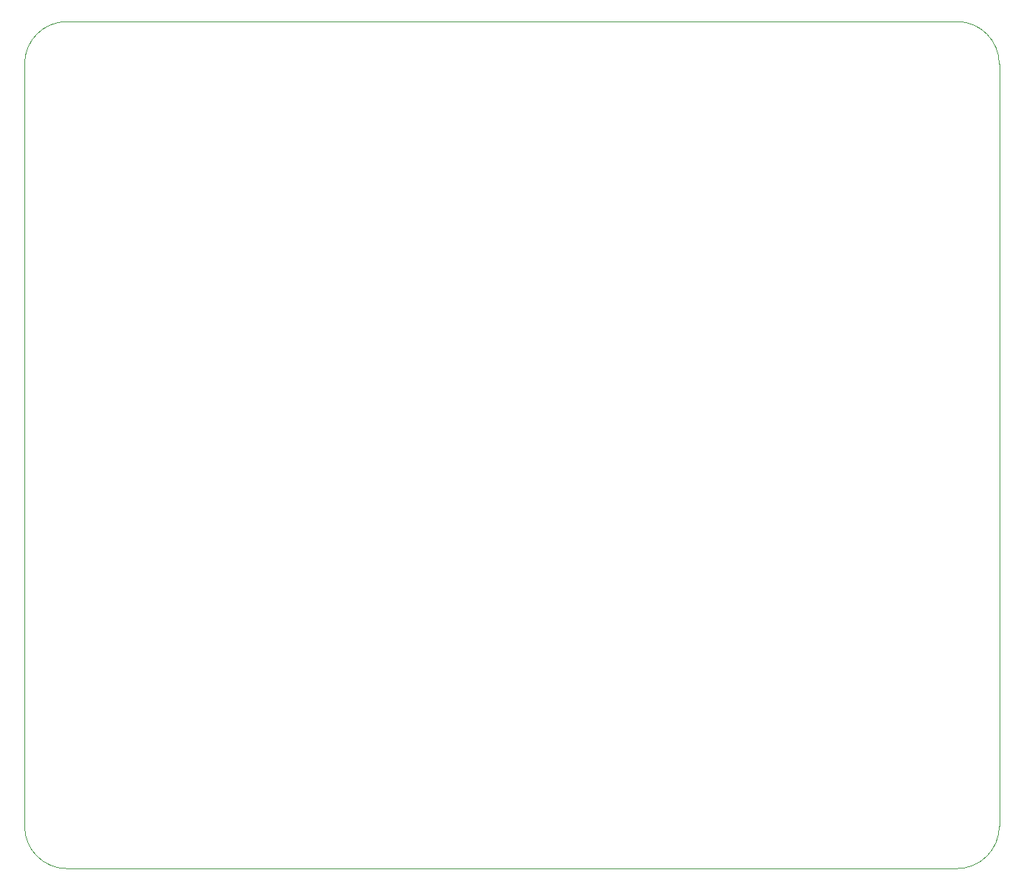
<source format=gbr>
%TF.GenerationSoftware,KiCad,Pcbnew,9.0.7*%
%TF.CreationDate,2026-02-12T15:19:18-05:00*%
%TF.ProjectId,OSHE-Reader-PCB,4f534845-2d52-4656-9164-65722d504342,rev?*%
%TF.SameCoordinates,Original*%
%TF.FileFunction,Profile,NP*%
%FSLAX46Y46*%
G04 Gerber Fmt 4.6, Leading zero omitted, Abs format (unit mm)*
G04 Created by KiCad (PCBNEW 9.0.7) date 2026-02-12 15:19:18*
%MOMM*%
%LPD*%
G01*
G04 APERTURE LIST*
%TA.AperFunction,Profile*%
%ADD10C,0.050000*%
%TD*%
G04 APERTURE END LIST*
D10*
X142500000Y-180500000D02*
X37500000Y-180500000D01*
X37500000Y-80500000D02*
X142500000Y-80500000D01*
X32500000Y-175500000D02*
X32500000Y-85500000D01*
X147500000Y-175500000D02*
G75*
G02*
X142500000Y-180500000I-5000000J0D01*
G01*
X32500000Y-85500000D02*
G75*
G02*
X37500000Y-80500000I5000000J0D01*
G01*
X142500000Y-80500000D02*
G75*
G02*
X147500000Y-85500000I0J-5000000D01*
G01*
X147500000Y-85500000D02*
X147500000Y-175500000D01*
X37500000Y-180500000D02*
G75*
G02*
X32500000Y-175500000I0J5000000D01*
G01*
M02*

</source>
